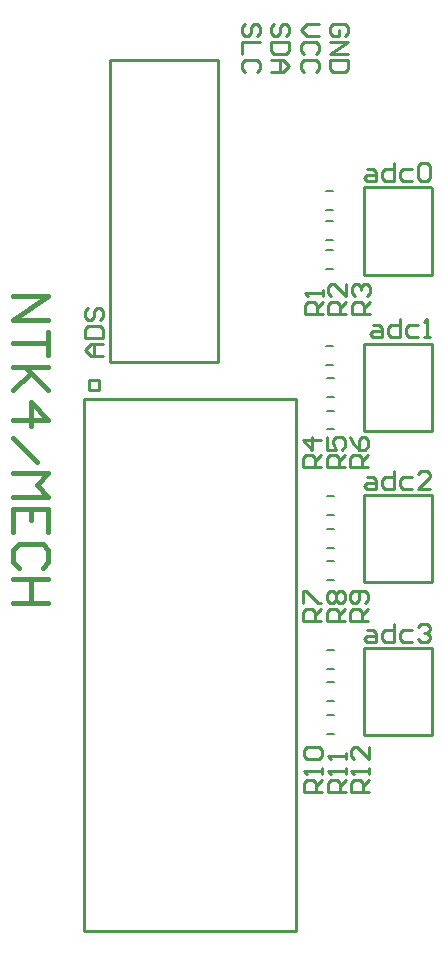
<source format=gto>
%FSTAX23Y23*%
%MOIN*%
%SFA1B1*%

%IPPOS*%
%ADD10C,0.007874*%
%ADD11C,0.009843*%
%ADD12C,0.015748*%
%LNchillerlcd-1*%
%LPD*%
G54D10*
X01061Y00667D02*
X01085D01*
X01061Y0073D02*
X01085D01*
X01061Y00838D02*
X01084D01*
X01061Y00775D02*
X01084D01*
X01061Y00946D02*
X01084D01*
X01061Y00883D02*
X01084D01*
X01061Y01179D02*
X01084D01*
X01061Y01242D02*
X01084D01*
X01061Y0135D02*
X01084D01*
X01061Y01287D02*
X01084D01*
X01061Y01458D02*
X01084D01*
X01061Y01395D02*
X01084D01*
X01061Y01681D02*
X01084D01*
X01061Y01744D02*
X01084D01*
X01061Y01852D02*
X01084D01*
X01061Y01789D02*
X01084D01*
X0106Y0196D02*
X01083D01*
X0106Y01897D02*
X01083D01*
X01059Y02216D02*
X01082D01*
X01059Y02279D02*
X01082D01*
X01059Y02377D02*
X01082D01*
X01059Y02314D02*
X01082D01*
X01059Y02476D02*
X01082D01*
X01059Y02413D02*
X01082D01*
G54D11*
X01217Y01675D02*
X01318D01*
X01251Y01966D02*
X01318D01*
X01318Y01675D02*
X01411D01*
X01318Y01966D02*
X0141D01*
X01411Y01675D02*
Y01965D01*
X01185Y01675D02*
X01217D01*
X01185D02*
Y01966D01*
X01251*
X01217Y01173D02*
X01318D01*
X01251Y01464D02*
X01318D01*
X01318Y01173D02*
X01411D01*
X01318Y01464D02*
X0141D01*
X01411Y01173D02*
Y01463D01*
X01185Y01173D02*
X01217D01*
X01185D02*
Y01464D01*
X01251*
X01217Y00661D02*
X01318D01*
X01251Y00952D02*
X01318D01*
X01318Y00661D02*
X01411D01*
X01318Y00952D02*
X0141D01*
X01411Y00661D02*
Y00951D01*
X01185Y00661D02*
X01217D01*
X01185D02*
Y00952D01*
X01251*
X01217Y02196D02*
X01318D01*
X01251Y02488D02*
X01318D01*
X01318Y02196D02*
X01411D01*
X01318Y02488D02*
X0141D01*
X01411Y02196D02*
Y02487D01*
X01185Y02196D02*
X01217D01*
X01185D02*
Y02488D01*
X01251*
X00251Y0001D02*
Y01781D01*
Y0001D02*
X00959D01*
Y01781*
X00251D02*
X00959D01*
X00338Y01907D02*
X00393D01*
X00338D02*
Y01962D01*
Y02912D02*
X00393D01*
X00338Y02857D02*
Y02912D01*
Y01962D02*
Y02857D01*
X00393Y01907D02*
X007D01*
X00393Y02912D02*
X007D01*
Y01907D02*
Y02912D01*
X00827Y02991D02*
X00837Y03001D01*
Y03021*
X00827Y03031*
X00817*
X00807Y03021*
Y03001*
X00797Y02991*
X00787*
X00777Y03001*
Y03021*
X00787Y03031*
X00837Y02971D02*
X00777D01*
Y02931*
X00827Y02871D02*
X00837Y02881D01*
Y02901*
X00827Y02911*
X00787*
X00777Y02901*
Y02881*
X00787Y02871*
X00925Y02991D02*
X00935Y03001D01*
Y03021*
X00925Y03031*
X00916*
X00905Y03021*
Y03001*
X00896Y02991*
X00885*
X00875Y03001*
Y03021*
X00885Y03031*
X00935Y02971D02*
X00875D01*
Y02941*
X00885Y02931*
X00925*
X00935Y02941*
Y02971*
X00875Y02911D02*
X00916D01*
X00935Y02891*
X00916Y02871*
X00875*
X00905*
Y02911*
X01034Y03031D02*
X00994D01*
X00974Y03011*
X00994Y02991*
X01034*
X01024Y02931D02*
X01034Y02941D01*
Y02961*
X01024Y02971*
X00984*
X00974Y02961*
Y02941*
X00984Y02931*
X01024Y02871D02*
X01034Y02881D01*
Y02901*
X01024Y02911*
X00984*
X00974Y02901*
Y02881*
X00984Y02871*
X01122Y02991D02*
X01132Y03001D01*
Y03021*
X01122Y03031*
X01082*
X01072Y03021*
Y03001*
X01082Y02991*
X01102*
Y03011*
X01072Y02971D02*
X01132D01*
X01072Y02931*
X01132*
Y02911D02*
X01072D01*
Y02881*
X01082Y02871*
X01122*
X01132Y02881*
Y02911*
X01214Y02028D02*
X01234D01*
X01244Y02018*
Y01988*
X01214*
X01204Y01998*
X01214Y02008*
X01244*
X01304Y02048D02*
Y01988D01*
X01274*
X01264Y01998*
Y02018*
X01274Y02028*
X01304*
X01364D02*
X01334D01*
X01324Y02018*
Y01998*
X01334Y01988*
X01364*
X01384D02*
X01404D01*
X01394*
Y02048*
X01384Y02038*
X01194Y0255D02*
X01214D01*
X01225Y02539*
Y02509*
X01194*
X01185Y02519*
X01194Y02529*
X01225*
X01285Y02569D02*
Y02509D01*
X01255*
X01244Y02519*
Y02539*
X01255Y0255*
X01285*
X01344D02*
X01314D01*
X01305Y02539*
Y02519*
X01314Y02509*
X01344*
X01364Y02559D02*
X01374Y02569D01*
X01394*
X01405Y02559*
Y02519*
X01394Y02509*
X01374*
X01364Y02519*
Y02559*
X01194Y01012D02*
X01214D01*
X01225Y01002*
Y00972*
X01194*
X01185Y00982*
X01194Y00992*
X01225*
X01285Y01032D02*
Y00972D01*
X01255*
X01244Y00982*
Y01002*
X01255Y01012*
X01285*
X01344D02*
X01314D01*
X01305Y01002*
Y00982*
X01314Y00972*
X01344*
X01364Y01022D02*
X01374Y01032D01*
X01394*
X01405Y01022*
Y01012*
X01394Y01002*
X01385*
X01394*
X01405Y00992*
Y00982*
X01394Y00972*
X01374*
X01364Y00982*
X01194Y01524D02*
X01214D01*
X01225Y01514*
Y01484*
X01194*
X01185Y01494*
X01194Y01504*
X01225*
X01285Y01544D02*
Y01484D01*
X01255*
X01244Y01494*
Y01514*
X01255Y01524*
X01285*
X01344D02*
X01314D01*
X01305Y01514*
Y01494*
X01314Y01484*
X01344*
X01405D02*
X01364D01*
X01405Y01524*
Y01534*
X01394Y01544*
X01374*
X01364Y01534*
X00269Y01814D02*
Y01846D01*
X00302*
Y01814*
X00269*
X01043Y01043D02*
X00983D01*
Y01073*
X00993Y01083*
X01013*
X01023Y01073*
Y01043*
Y01063D02*
X01043Y01083D01*
X00983Y01103D02*
Y01143D01*
X00993*
X01033Y01103*
X01043*
X01203Y00472D02*
X01143D01*
Y00502*
X01153Y00512*
X01173*
X01183Y00502*
Y00472*
Y00492D02*
X01203Y00512D01*
Y00532D02*
Y00552D01*
Y00542*
X01143*
X01153Y00532*
X01203Y00622D02*
Y00582D01*
X01163Y00622*
X01153*
X01143Y00612*
Y00592*
X01153Y00582*
X01125Y00472D02*
X01064D01*
Y00502*
X01075Y00512*
X01094*
X01105Y00502*
Y00472*
Y00492D02*
X01125Y00512D01*
Y00532D02*
Y00552D01*
Y00542*
X01064*
X01075Y00532*
X01125Y00582D02*
Y00602D01*
Y00592*
X01064*
X01075Y00582*
X01046Y00472D02*
X00986D01*
Y00502*
X00996Y00512*
X01016*
X01026Y00502*
Y00472*
Y00492D02*
X01046Y00512D01*
Y00532D02*
Y00552D01*
Y00542*
X00986*
X00996Y00532*
Y00582D02*
X00986Y00592D01*
Y00612*
X00996Y00622*
X01036*
X01046Y00612*
Y00592*
X01036Y00582*
X00996*
X012Y01043D02*
X0114D01*
Y01073*
X0115Y01083*
X0117*
X0118Y01073*
Y01043*
Y01063D02*
X012Y01083D01*
X0119Y01103D02*
X012Y01113D01*
Y01133*
X0119Y01143*
X0115*
X0114Y01133*
Y01113*
X0115Y01103*
X0116*
X0117Y01113*
Y01143*
X01122Y01043D02*
X01062D01*
Y01073*
X01072Y01083*
X01092*
X01101Y01073*
Y01043*
Y01063D02*
X01122Y01083D01*
X01072Y01103D02*
X01062Y01113D01*
Y01133*
X01072Y01143*
X01081*
X01092Y01133*
X01101Y01143*
X01112*
X01122Y01133*
Y01113*
X01112Y01103*
X01101*
X01092Y01113*
X01081Y01103*
X01072*
X01092Y01113D02*
Y01133D01*
X012Y01555D02*
X0114D01*
Y01585*
X0115Y01595*
X0117*
X0118Y01585*
Y01555*
Y01575D02*
X012Y01595D01*
X0114Y01655D02*
X0115Y01635D01*
X0117Y01614*
X0119*
X012Y01625*
Y01645*
X0119Y01655*
X0118*
X0117Y01645*
Y01614*
X01122Y01555D02*
X01062D01*
Y01585*
X01072Y01595*
X01092*
X01101Y01585*
Y01555*
Y01575D02*
X01122Y01595D01*
X01062Y01655D02*
Y01614D01*
X01092*
X01081Y01635*
Y01645*
X01092Y01655*
X01112*
X01122Y01645*
Y01625*
X01112Y01614*
X01043Y01555D02*
X00983D01*
Y01585*
X00993Y01595*
X01013*
X01023Y01585*
Y01555*
Y01575D02*
X01043Y01595D01*
Y01645D02*
X00983D01*
X01013Y01614*
Y01655*
X01204Y02066D02*
X01144D01*
Y02096*
X01154Y02107*
X01174*
X01184Y02096*
Y02066*
Y02087D02*
X01204Y02107D01*
X01154Y02126D02*
X01144Y02137D01*
Y02157*
X01154Y02166*
X01164*
X01174Y02157*
Y02146*
Y02157*
X01184Y02166*
X01194*
X01204Y02157*
Y02137*
X01194Y02126*
X01125Y02066D02*
X01066D01*
Y02096*
X01075Y02107*
X01096*
X01105Y02096*
Y02066*
Y02087D02*
X01125Y02107D01*
Y02166D02*
Y02126D01*
X01085Y02166*
X01075*
X01066Y02157*
Y02137*
X01075Y02126*
X01047Y02066D02*
X00987D01*
Y02096*
X00997Y02107*
X01017*
X01027Y02096*
Y02066*
Y02087D02*
X01047Y02107D01*
Y02126D02*
Y02146D01*
Y02137*
X00987*
X00997Y02126*
X00314Y01926D02*
X00274D01*
X00255Y01946*
X00274Y01966*
X00314*
X00285*
Y01926*
X00255Y01986D02*
X00314D01*
Y02016*
X00305Y02025*
X00264*
X00255Y02016*
Y01986*
X00264Y02086D02*
X00255Y02075D01*
Y02056*
X00264Y02046*
X00274*
X00285Y02056*
Y02075*
X00294Y02086*
X00305*
X00314Y02075*
Y02056*
X00305Y02046*
G54D12*
X00015Y02125D02*
X00133D01*
X00015Y02047*
X00133*
Y02007D02*
Y01929D01*
Y01968*
X00015*
X00133Y01889D02*
X00015D01*
X00055*
X00133Y01811*
X00074Y0187*
X00015Y01811*
Y01712D02*
X00133D01*
X00074Y01771*
Y01692*
X00015Y01653D02*
X00094Y01574D01*
X00015Y01535D02*
X00133D01*
X00094Y01496*
X00133Y01457*
X00015*
X00133Y01338D02*
Y01417D01*
X00015*
Y01338*
X00074Y01417D02*
Y01378D01*
X00114Y0122D02*
X00133Y0124D01*
Y01279*
X00114Y01299*
X00035*
X00015Y01279*
Y0124*
X00035Y0122*
X00133Y01181D02*
X00015D01*
X00074*
Y01102*
X00133*
X00015*
M02*
</source>
